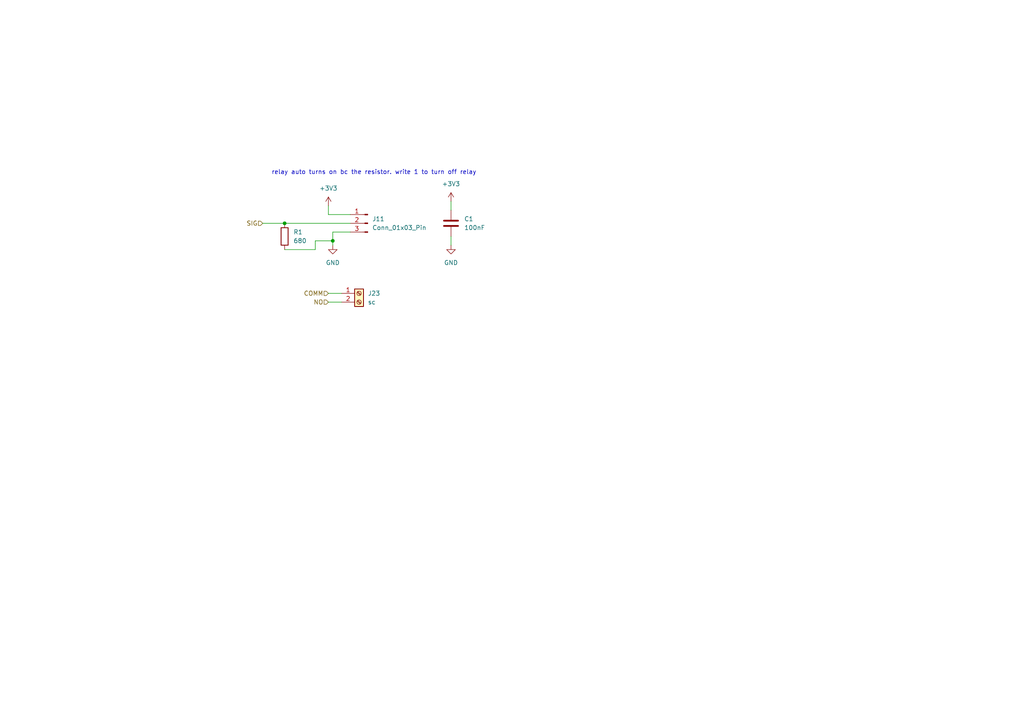
<source format=kicad_sch>
(kicad_sch (version 20230121) (generator eeschema)
  (paper "A4")
  (lib_symbols
    (symbol "Connector:Conn_01x03_Pin" (pin_names (offset 1.016) hide)
      (property "Reference" "J" (at 0 5.08 0))
      (property "Value" "Conn_01x03_Pin" (at 0 -5.08 0))
      (symbol "Conn_01x03_Pin_1_1"
        (polyline (pts (xy 1.27 -2.54) (xy 0.8636 -2.54)) (stroke (width 0.1524)))
        (polyline (pts (xy 1.27 0) (xy 0.8636 0)) (stroke (width 0.1524)))
        (polyline (pts (xy 1.27 2.54) (xy 0.8636 2.54)) (stroke (width 0.1524)))
        (rectangle (start 0.8636 -2.413) (end 0 -2.667) (stroke (width 0.1524)) (fill (type outline)))
        (rectangle (start 0.8636 0.127) (end 0 -0.127) (stroke (width 0.1524)) (fill (type outline)))
        (rectangle (start 0.8636 2.667) (end 0 2.413) (stroke (width 0.1524)) (fill (type outline)))
        (pin passive line (at 5.08 2.54 180) (length 3.81) (name "Pin_1") (number "1"))
        (pin passive line (at 5.08 0 180) (length 3.81) (name "Pin_2") (number "2"))
        (pin passive line (at 5.08 -2.54 180) (length 3.81) (name "Pin_3") (number "3"))
      )
    )
    (symbol "Connector:Screw_Terminal_01x02" (pin_names (offset 1.016) hide)
      (property "Reference" "J" (at 0 2.54 0))
      (property "Value" "Screw_Terminal_01x02" (at 0 -5.08 0))
      (symbol "Screw_Terminal_01x02_1_1"
        (rectangle (start -1.27 1.27) (end 1.27 -3.81) (stroke (width 0.254)) (fill (type background)))
        (circle (center 0 -2.54) (radius 0.635) (stroke (width 0.1524)))
        (polyline (pts (xy -0.5334 -2.2098) (xy 0.3302 -3.048)) (stroke (width 0.1524)))
        (polyline (pts (xy -0.5334 0.3302) (xy 0.3302 -0.508)) (stroke (width 0.1524)))
        (polyline (pts (xy -0.3556 -2.032) (xy 0.508 -2.8702)) (stroke (width 0.1524)))
        (polyline (pts (xy -0.3556 0.508) (xy 0.508 -0.3302)) (stroke (width 0.1524)))
        (circle (center 0 0) (radius 0.635) (stroke (width 0.1524)))
        (pin passive line (at -5.08 0 0) (length 3.81) (name "Pin_1") (number "1"))
        (pin passive line (at -5.08 -2.54 0) (length 3.81) (name "Pin_2") (number "2"))
      )
    )
    (symbol "Device:C" (pin_numbers hide) (pin_names (offset 0.254))
      (property "Reference" "C" (at 0.635 2.54 0))
      (property "Value" "C" (at 0.635 -2.54 0))
      (symbol "C_0_1"
        (polyline (pts (xy -2.032 -0.762) (xy 2.032 -0.762)) (stroke (width 0.508)))
        (polyline (pts (xy -2.032 0.762) (xy 2.032 0.762)) (stroke (width 0.508)))
      )
      (symbol "C_1_1"
        (pin passive line (at 0 3.81 270) (length 2.794) (name "~") (number "1"))
        (pin passive line (at 0 -3.81 90) (length 2.794) (name "~") (number "2"))
      )
    )
    (symbol "Device:R" (pin_numbers hide) (pin_names (offset 0))
      (property "Reference" "R" (at 2.032 0 90))
      (property "Value" "R" (at 0 0 90))
      (symbol "R_0_1"
        (rectangle (start -1.016 -2.54) (end 1.016 2.54) (stroke (width 0.254)))
      )
      (symbol "R_1_1"
        (pin passive line (at 0 3.81 270) (length 1.27) (name "~") (number "1"))
        (pin passive line (at 0 -3.81 90) (length 1.27) (name "~") (number "2"))
      )
    )
    (symbol "power:+3V3" (power) (pin_names (offset 0))
      (property "Value" "+3V3" (at 0 3.556 0))
      (symbol "+3V3_0_1"
        (polyline (pts (xy -0.762 1.27) (xy 0 2.54)))
        (polyline (pts (xy 0 0) (xy 0 2.54)))
        (polyline (pts (xy 0 2.54) (xy 0.762 1.27)))
      )
      (symbol "+3V3_1_1"
        (pin power_in line (at 0 0 90) (length 0) hide (name "+3V3") (number "1"))
      )
    )
    (symbol "power:GND" (power) (pin_names (offset 0))
      (property "Value" "GND" (at 0 -3.81 0))
      (symbol "GND_0_1"
        (polyline (pts (xy 0 0) (xy 0 -1.27) (xy 1.27 -1.27) (xy 0 -2.54) (xy -1.27 -1.27) (xy 0 -1.27)))
      )
      (symbol "GND_1_1"
        (pin power_in line (at 0 0 270) (length 0) hide (name "GND") (number "1"))
      )
    )
  )
  (junction (at 82.55 64.77))
  (junction (at 96.52 69.85))
  (wire (pts (xy 96.52 69.85) (xy 91.44 69.85)))
  (wire (pts (xy 96.52 71.12) (xy 96.52 69.85)))
  (wire (pts (xy 95.25 62.23) (xy 101.6 62.23)))
  (wire (pts (xy 82.55 64.77) (xy 101.6 64.77)))
  (wire (pts (xy 130.81 58.42) (xy 130.81 60.96)))
  (wire (pts (xy 95.25 59.69) (xy 95.25 62.23)))
  (wire (pts (xy 130.81 68.58) (xy 130.81 71.12)))
  (wire (pts (xy 91.44 69.85) (xy 91.44 72.39)))
  (wire (pts (xy 91.44 72.39) (xy 82.55 72.39)))
  (wire (pts (xy 76.2 64.77) (xy 82.55 64.77)))
  (wire (pts (xy 95.25 87.63) (xy 99.06 87.63)))
  (wire (pts (xy 96.52 69.85) (xy 96.52 67.31)))
  (wire (pts (xy 95.25 85.09) (xy 99.06 85.09)))
  (wire (pts (xy 96.52 67.31) (xy 101.6 67.31)))
  (text "relay auto turns on bc the resistor. write 1 to turn off relay" (at 78.74 50.8 0) (effects (font (size 1.27 1.27)) (justify left bottom)))
  (hierarchical_label "NO" (shape input) (at 95.25 87.63 180))
  (hierarchical_label "COMM" (shape input) (at 95.25 85.09 180))
  (hierarchical_label "SIG" (shape input) (at 76.2 64.77 180))
  (symbol (lib_id "Connector:Conn_01x03_Pin") (at 106.68 64.77 0) (mirror y) (unit 1)
    (property "Reference" "J11" (at 107.95 63.5 0) (effects (justify right)))
    (property "Value" "Conn_01x03_Pin" (at 107.95 66.04 0) (effects (justify right)))
    (property "Footprint" "Connector_JST:JST_XH_B3B-XH-A_1x03_P2.50mm_Vertical" (effects hide))
    (property "LCSC" "C144394" (effects hide))
  )
  (symbol (lib_id "power:GND") (at 130.81 71.12 0) (unit 1)
    (property "Reference" "#PWR066" (effects hide))
    (property "Value" "GND" (at 130.81 76.2 0))
  )
  (symbol (lib_id "Device:C") (at 130.81 64.77 0) (unit 1)
    (property "Reference" "C1" (at 134.62 63.5 0) (effects (justify left)))
    (property "Value" "100nF" (at 134.62 66.04 0) (effects (justify left)))
    (property "Footprint" "Capacitor_SMD:C_0805_2012Metric" (effects hide))
    (property "LCSC" "C49678" (effects hide))
    (instances (project "mirte-master" (path "" (reference "C1") (unit 1)) (path "" (reference "C4") (unit 1))))
  )
  (symbol (lib_id "power:+3V3") (at 95.25 59.69 0) (unit 1)
    (property "Reference" "#PWR010" (effects hide))
    (property "Value" "+3V3" (at 95.25 54.61 0))
  )
  (symbol (lib_id "Connector:Screw_Terminal_01x02") (at 104.14 85.09 0) (unit 1)
    (property "Reference" "J23" (at 106.68 85.09 0) (effects (justify left)))
    (property "Value" "sc" (at 106.68 87.63 0) (effects (justify left)))
    (property "Footprint" "easyeda:CONN-TH_XY126V-5.0-2P" (effects hide))
    (property "LCSC" "C557646" (effects hide))
    (instances (project "mirte-master" (path "" (reference "J23") (unit 1)) (path "" (reference "J13") (unit 1)) (path "" (reference "J17") (unit 1))))
  )
  (symbol (lib_id "power:GND") (at 96.52 71.12 0) (unit 1)
    (property "Reference" "#PWR038" (effects hide))
    (property "Value" "GND" (at 96.52 76.2 0))
  )
  (symbol (lib_id "Device:R") (at 82.55 68.58 0) (unit 1)
    (property "Reference" "R1" (at 85.09 67.31 0) (effects (justify left)))
    (property "Value" "680" (at 85.09 69.85 0) (effects (justify left)))
    (property "Footprint" "Resistor_SMD:R_0805_2012Metric" (effects hide))
    (property "LCSC" "C17798" (effects hide))
  )
  (symbol (lib_id "power:+3V3") (at 130.81 58.42 0) (unit 1)
    (property "Reference" "#PWR065" (effects hide))
    (property "Value" "+3V3" (at 130.81 53.34 0))
  )
)
</source>
